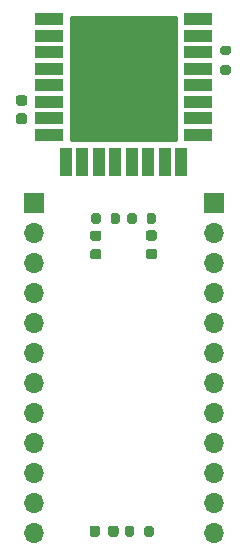
<source format=gbr>
%TF.GenerationSoftware,KiCad,Pcbnew,5.1.10-88a1d61d58~90~ubuntu20.04.1*%
%TF.CreationDate,2021-07-31T22:23:30+02:00*%
%TF.ProjectId,dwm_nano_shield,64776d5f-6e61-46e6-9f5f-736869656c64,rev?*%
%TF.SameCoordinates,Original*%
%TF.FileFunction,Soldermask,Top*%
%TF.FilePolarity,Negative*%
%FSLAX46Y46*%
G04 Gerber Fmt 4.6, Leading zero omitted, Abs format (unit mm)*
G04 Created by KiCad (PCBNEW 5.1.10-88a1d61d58~90~ubuntu20.04.1) date 2021-07-31 22:23:30*
%MOMM*%
%LPD*%
G01*
G04 APERTURE LIST*
%ADD10O,1.700000X1.700000*%
%ADD11R,1.700000X1.700000*%
%ADD12R,2.450000X1.000000*%
%ADD13R,1.000000X2.450000*%
%ADD14C,0.254000*%
%ADD15C,0.100000*%
G04 APERTURE END LIST*
%TO.C,R4*%
G36*
G01*
X147974000Y-106405000D02*
X147974000Y-106955000D01*
G75*
G02*
X147774000Y-107155000I-200000J0D01*
G01*
X147374000Y-107155000D01*
G75*
G02*
X147174000Y-106955000I0J200000D01*
G01*
X147174000Y-106405000D01*
G75*
G02*
X147374000Y-106205000I200000J0D01*
G01*
X147774000Y-106205000D01*
G75*
G02*
X147974000Y-106405000I0J-200000D01*
G01*
G37*
G36*
G01*
X149624000Y-106405000D02*
X149624000Y-106955000D01*
G75*
G02*
X149424000Y-107155000I-200000J0D01*
G01*
X149024000Y-107155000D01*
G75*
G02*
X148824000Y-106955000I0J200000D01*
G01*
X148824000Y-106405000D01*
G75*
G02*
X149024000Y-106205000I200000J0D01*
G01*
X149424000Y-106205000D01*
G75*
G02*
X149624000Y-106405000I0J-200000D01*
G01*
G37*
%TD*%
%TO.C,D3*%
G36*
G01*
X145765000Y-106936250D02*
X145765000Y-106423750D01*
G75*
G02*
X145983750Y-106205000I218750J0D01*
G01*
X146421250Y-106205000D01*
G75*
G02*
X146640000Y-106423750I0J-218750D01*
G01*
X146640000Y-106936250D01*
G75*
G02*
X146421250Y-107155000I-218750J0D01*
G01*
X145983750Y-107155000D01*
G75*
G02*
X145765000Y-106936250I0J218750D01*
G01*
G37*
G36*
G01*
X144190000Y-106936250D02*
X144190000Y-106423750D01*
G75*
G02*
X144408750Y-106205000I218750J0D01*
G01*
X144846250Y-106205000D01*
G75*
G02*
X145065000Y-106423750I0J-218750D01*
G01*
X145065000Y-106936250D01*
G75*
G02*
X144846250Y-107155000I-218750J0D01*
G01*
X144408750Y-107155000D01*
G75*
G02*
X144190000Y-106936250I0J218750D01*
G01*
G37*
%TD*%
D10*
%TO.C,P2*%
X154686000Y-106807000D03*
X154686000Y-104267000D03*
X154686000Y-101727000D03*
X154686000Y-99187000D03*
X154686000Y-96647000D03*
X154686000Y-94107000D03*
X154686000Y-91567000D03*
X154686000Y-89027000D03*
X154686000Y-86487000D03*
X154686000Y-83947000D03*
X154686000Y-81407000D03*
D11*
X154686000Y-78867000D03*
%TD*%
D10*
%TO.C,P1*%
X139446000Y-106807000D03*
X139446000Y-104267000D03*
X139446000Y-101727000D03*
X139446000Y-99187000D03*
X139446000Y-96647000D03*
X139446000Y-94107000D03*
X139446000Y-91567000D03*
X139446000Y-89027000D03*
X139446000Y-86487000D03*
X139446000Y-83947000D03*
X139446000Y-81407000D03*
D11*
X139446000Y-78867000D03*
%TD*%
%TO.C,D2*%
G36*
G01*
X149671750Y-82073000D02*
X149159250Y-82073000D01*
G75*
G02*
X148940500Y-81854250I0J218750D01*
G01*
X148940500Y-81416750D01*
G75*
G02*
X149159250Y-81198000I218750J0D01*
G01*
X149671750Y-81198000D01*
G75*
G02*
X149890500Y-81416750I0J-218750D01*
G01*
X149890500Y-81854250D01*
G75*
G02*
X149671750Y-82073000I-218750J0D01*
G01*
G37*
G36*
G01*
X149671750Y-83648000D02*
X149159250Y-83648000D01*
G75*
G02*
X148940500Y-83429250I0J218750D01*
G01*
X148940500Y-82991750D01*
G75*
G02*
X149159250Y-82773000I218750J0D01*
G01*
X149671750Y-82773000D01*
G75*
G02*
X149890500Y-82991750I0J-218750D01*
G01*
X149890500Y-83429250D01*
G75*
G02*
X149671750Y-83648000I-218750J0D01*
G01*
G37*
%TD*%
%TO.C,D1*%
G36*
G01*
X144972750Y-82098500D02*
X144460250Y-82098500D01*
G75*
G02*
X144241500Y-81879750I0J218750D01*
G01*
X144241500Y-81442250D01*
G75*
G02*
X144460250Y-81223500I218750J0D01*
G01*
X144972750Y-81223500D01*
G75*
G02*
X145191500Y-81442250I0J-218750D01*
G01*
X145191500Y-81879750D01*
G75*
G02*
X144972750Y-82098500I-218750J0D01*
G01*
G37*
G36*
G01*
X144972750Y-83673500D02*
X144460250Y-83673500D01*
G75*
G02*
X144241500Y-83454750I0J218750D01*
G01*
X144241500Y-83017250D01*
G75*
G02*
X144460250Y-82798500I218750J0D01*
G01*
X144972750Y-82798500D01*
G75*
G02*
X145191500Y-83017250I0J-218750D01*
G01*
X145191500Y-83454750D01*
G75*
G02*
X144972750Y-83673500I-218750J0D01*
G01*
G37*
%TD*%
%TO.C,C1*%
G36*
G01*
X138680000Y-70655000D02*
X138180000Y-70655000D01*
G75*
G02*
X137955000Y-70430000I0J225000D01*
G01*
X137955000Y-69980000D01*
G75*
G02*
X138180000Y-69755000I225000J0D01*
G01*
X138680000Y-69755000D01*
G75*
G02*
X138905000Y-69980000I0J-225000D01*
G01*
X138905000Y-70430000D01*
G75*
G02*
X138680000Y-70655000I-225000J0D01*
G01*
G37*
G36*
G01*
X138680000Y-72205000D02*
X138180000Y-72205000D01*
G75*
G02*
X137955000Y-71980000I0J225000D01*
G01*
X137955000Y-71530000D01*
G75*
G02*
X138180000Y-71305000I225000J0D01*
G01*
X138680000Y-71305000D01*
G75*
G02*
X138905000Y-71530000I0J-225000D01*
G01*
X138905000Y-71980000D01*
G75*
G02*
X138680000Y-72205000I-225000J0D01*
G01*
G37*
%TD*%
%TO.C,R3*%
G36*
G01*
X145117000Y-79925500D02*
X145117000Y-80475500D01*
G75*
G02*
X144917000Y-80675500I-200000J0D01*
G01*
X144517000Y-80675500D01*
G75*
G02*
X144317000Y-80475500I0J200000D01*
G01*
X144317000Y-79925500D01*
G75*
G02*
X144517000Y-79725500I200000J0D01*
G01*
X144917000Y-79725500D01*
G75*
G02*
X145117000Y-79925500I0J-200000D01*
G01*
G37*
G36*
G01*
X146767000Y-79925500D02*
X146767000Y-80475500D01*
G75*
G02*
X146567000Y-80675500I-200000J0D01*
G01*
X146167000Y-80675500D01*
G75*
G02*
X145967000Y-80475500I0J200000D01*
G01*
X145967000Y-79925500D01*
G75*
G02*
X146167000Y-79725500I200000J0D01*
G01*
X146567000Y-79725500D01*
G75*
G02*
X146767000Y-79925500I0J-200000D01*
G01*
G37*
%TD*%
%TO.C,R2*%
G36*
G01*
X149015000Y-80475500D02*
X149015000Y-79925500D01*
G75*
G02*
X149215000Y-79725500I200000J0D01*
G01*
X149615000Y-79725500D01*
G75*
G02*
X149815000Y-79925500I0J-200000D01*
G01*
X149815000Y-80475500D01*
G75*
G02*
X149615000Y-80675500I-200000J0D01*
G01*
X149215000Y-80675500D01*
G75*
G02*
X149015000Y-80475500I0J200000D01*
G01*
G37*
G36*
G01*
X147365000Y-80475500D02*
X147365000Y-79925500D01*
G75*
G02*
X147565000Y-79725500I200000J0D01*
G01*
X147965000Y-79725500D01*
G75*
G02*
X148165000Y-79925500I0J-200000D01*
G01*
X148165000Y-80475500D01*
G75*
G02*
X147965000Y-80675500I-200000J0D01*
G01*
X147565000Y-80675500D01*
G75*
G02*
X147365000Y-80475500I0J200000D01*
G01*
G37*
%TD*%
%TO.C,R1*%
G36*
G01*
X155427000Y-67227000D02*
X155977000Y-67227000D01*
G75*
G02*
X156177000Y-67427000I0J-200000D01*
G01*
X156177000Y-67827000D01*
G75*
G02*
X155977000Y-68027000I-200000J0D01*
G01*
X155427000Y-68027000D01*
G75*
G02*
X155227000Y-67827000I0J200000D01*
G01*
X155227000Y-67427000D01*
G75*
G02*
X155427000Y-67227000I200000J0D01*
G01*
G37*
G36*
G01*
X155427000Y-65577000D02*
X155977000Y-65577000D01*
G75*
G02*
X156177000Y-65777000I0J-200000D01*
G01*
X156177000Y-66177000D01*
G75*
G02*
X155977000Y-66377000I-200000J0D01*
G01*
X155427000Y-66377000D01*
G75*
G02*
X155227000Y-66177000I0J200000D01*
G01*
X155227000Y-65777000D01*
G75*
G02*
X155427000Y-65577000I200000J0D01*
G01*
G37*
%TD*%
D12*
%TO.C,DWM1*%
X153366000Y-63336200D03*
X153366000Y-64736200D03*
X153366000Y-66136200D03*
X153366000Y-67536200D03*
X153366000Y-68936200D03*
X153366000Y-70336200D03*
X153366000Y-71735000D03*
X153366000Y-73135000D03*
D13*
X151966000Y-75431200D03*
X150566000Y-75431200D03*
X149166000Y-75431200D03*
X147766000Y-75431200D03*
X146366000Y-75431200D03*
X144966000Y-75431200D03*
X143566000Y-75431200D03*
X142166000Y-75431200D03*
D12*
X140766000Y-73136200D03*
X140766000Y-71736200D03*
X140766000Y-70336200D03*
X140766000Y-68936200D03*
X140766000Y-67536200D03*
X140766000Y-66136200D03*
X140766000Y-64736200D03*
X140766000Y-63336200D03*
%TD*%
D14*
X151511000Y-73533000D02*
X142621000Y-73533000D01*
X142621000Y-63119000D01*
X151511000Y-63119000D01*
X151511000Y-73533000D01*
D15*
G36*
X151511000Y-73533000D02*
G01*
X142621000Y-73533000D01*
X142621000Y-63119000D01*
X151511000Y-63119000D01*
X151511000Y-73533000D01*
G37*
M02*

</source>
